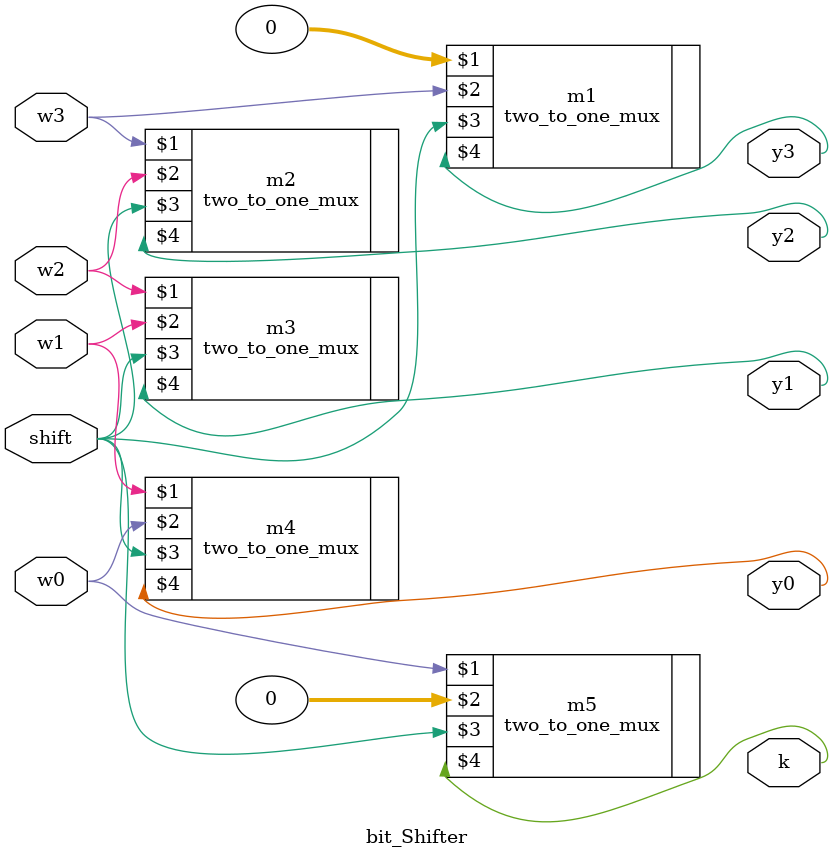
<source format=sv>
`timescale 1ns / 1ps
module bit_Shifter(
  input logic w3, w2, w1, w0, shift,
  output logic y3,y2,y1,y0,k

    );
     two_to_one_mux m1(0,w3,shift,y3);
     two_to_one_mux m2(w3,w2,shift,y2);
     two_to_one_mux m3(w2,w1,shift,y1);
     two_to_one_mux m4(w1,w0,shift,y0);
     two_to_one_mux m5(w0,0,shift,k);
endmodule

</source>
